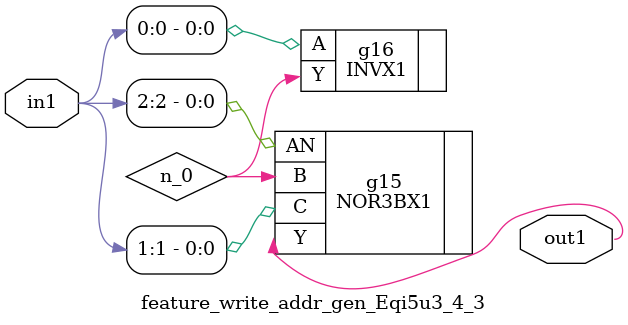
<source format=v>
`timescale 1ps / 1ps


module feature_write_addr_gen_Eqi5u3_4_3(in1, out1);
  input [2:0] in1;
  output out1;
  wire [2:0] in1;
  wire out1;
  wire n_0;
  NOR3BX1 g15(.AN (in1[2]), .B (n_0), .C (in1[1]), .Y (out1));
  INVX1 g16(.A (in1[0]), .Y (n_0));
endmodule



</source>
